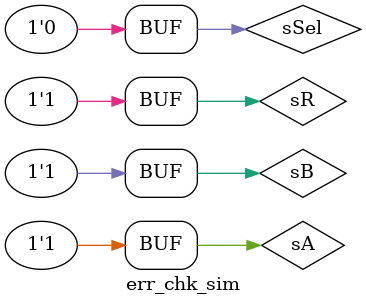
<source format=sv>
`timescale 1ns / 1ps


module err_chk_sim();
 logic sA, sB, sR, sSel, sERR;
 //Unit under test is Module: Problem1Schematic
 ERROR_CHK UUT (.A(sA), .B(sB), .R(sR), .SEL(sSel), .ERR(sERR));

 initial begin
   sA = 1; sB = 1; sR = 0; sSel = 0; #10;
   sA = 0; sB = 0; sR = 1; sSel = 0; #10;
   sA = 1; sB = 0; sR = 0; sSel = 1; #10;
   sA = 0; sB = 1; sR = 1; sSel = 1; #10;
   sA = 0; sB = 1; sR = 0; sSel = 1; #10;
   sA = 1; sB = 1; sR = 1; sSel = 0;
 end
endmodule

</source>
